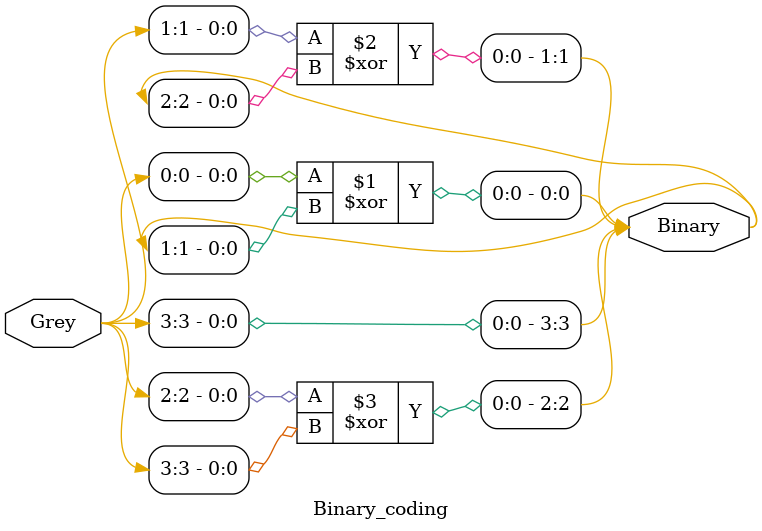
<source format=v>
module Binary_coding #(
    parameter ADDR_WIDTH = 4
) (
    input wire      [ADDR_WIDTH - 1 : 0]   Grey,

    output wire     [ADDR_WIDTH - 1 : 0]   Binary
);
    
    genvar i;

    assign Binary[ADDR_WIDTH - 1]    = Grey[ADDR_WIDTH - 1];


    generate
        for (i = 0; i < ADDR_WIDTH - 1; i = i + 1)
            begin
                assign Binary[i] = Grey[i] ^ Binary[i+1];
            end
    endgenerate

endmodule
</source>
